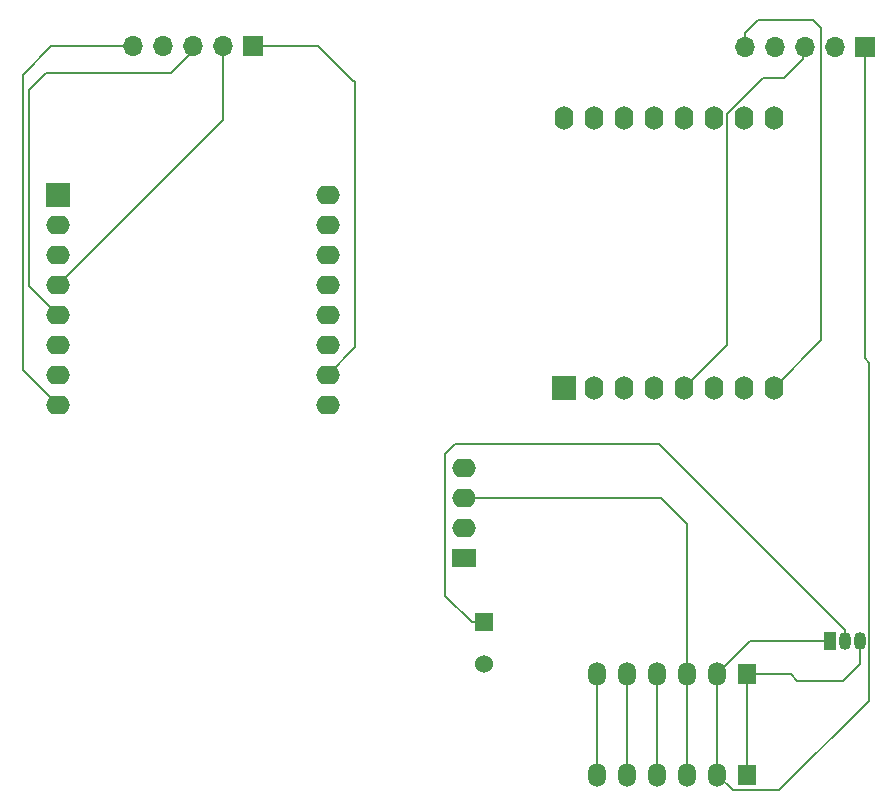
<source format=gbr>
%TF.GenerationSoftware,KiCad,Pcbnew,8.0.8-unknown-202501170223~559b1827ca~ubuntu24.04.1*%
%TF.CreationDate,2025-02-03T18:23:22-05:00*%
%TF.ProjectId,delivery-box-reporter-lora,64656c69-7665-4727-992d-626f782d7265,rev?*%
%TF.SameCoordinates,Original*%
%TF.FileFunction,Copper,L2,Bot*%
%TF.FilePolarity,Positive*%
%FSLAX46Y46*%
G04 Gerber Fmt 4.6, Leading zero omitted, Abs format (unit mm)*
G04 Created by KiCad (PCBNEW 8.0.8-unknown-202501170223~559b1827ca~ubuntu24.04.1) date 2025-02-03 18:23:22*
%MOMM*%
%LPD*%
G01*
G04 APERTURE LIST*
%TA.AperFunction,ComponentPad*%
%ADD10R,1.600000X1.700000*%
%TD*%
%TA.AperFunction,ComponentPad*%
%ADD11O,1.500000X2.000000*%
%TD*%
%TA.AperFunction,ComponentPad*%
%ADD12R,1.700000X1.700000*%
%TD*%
%TA.AperFunction,ComponentPad*%
%ADD13O,1.700000X1.700000*%
%TD*%
%TA.AperFunction,ComponentPad*%
%ADD14R,1.050000X1.500000*%
%TD*%
%TA.AperFunction,ComponentPad*%
%ADD15O,1.050000X1.500000*%
%TD*%
%TA.AperFunction,ComponentPad*%
%ADD16R,2.000000X2.000000*%
%TD*%
%TA.AperFunction,ComponentPad*%
%ADD17O,2.000000X1.600000*%
%TD*%
%TA.AperFunction,ComponentPad*%
%ADD18R,2.000000X1.600000*%
%TD*%
%TA.AperFunction,ComponentPad*%
%ADD19O,1.600000X2.000000*%
%TD*%
%TA.AperFunction,ComponentPad*%
%ADD20R,1.524000X1.524000*%
%TD*%
%TA.AperFunction,ComponentPad*%
%ADD21C,1.524000*%
%TD*%
%TA.AperFunction,Conductor*%
%ADD22C,0.200000*%
%TD*%
G04 APERTURE END LIST*
D10*
%TO.P,U3,1,Vin*%
%TO.N,+3.3V*%
X149150000Y-119450000D03*
D11*
%TO.P,U3,2,GND*%
%TO.N,Earth*%
X146610000Y-119450000D03*
%TO.P,U3,3,SCL*%
%TO.N,Net-(DISP1-SCL)*%
X144070000Y-119450000D03*
%TO.P,U3,4,SDA*%
%TO.N,Net-(DISP1-SDA)*%
X141530000Y-119450000D03*
%TO.P,U3,5,GPIO1*%
%TO.N,unconnected-(U3-GPIO1-Pad5)*%
X138990000Y-119450000D03*
%TO.P,U3,6,XSHUT*%
%TO.N,Net-(U1-CS{slash}D8)*%
X136450000Y-119450000D03*
%TD*%
D10*
%TO.P,U3,1,Vin*%
%TO.N,+3.3V*%
X149150000Y-127950000D03*
D11*
%TO.P,U3,2,GND*%
%TO.N,Earth*%
X146610000Y-127950000D03*
%TO.P,U3,3,SCL*%
%TO.N,Net-(DISP1-SCL)*%
X144070000Y-127950000D03*
%TO.P,U3,4,SDA*%
%TO.N,Net-(DISP1-SDA)*%
X141530000Y-127950000D03*
%TO.P,U3,5,GPIO1*%
%TO.N,unconnected-(U3-GPIO1-Pad5)*%
X138990000Y-127950000D03*
%TO.P,U3,6,XSHUT*%
%TO.N,Net-(U1-CS{slash}D8)*%
X136450000Y-127950000D03*
%TD*%
D12*
%TO.P,U8,1,GND*%
%TO.N,Net-(U7-GND)*%
X107315000Y-66260000D03*
D13*
%TO.P,U8,2,TX*%
%TO.N,/Receiver/SS RX*%
X104775000Y-66260000D03*
%TO.P,U8,3,RX*%
%TO.N,/Receiver/SS TX*%
X102235000Y-66260000D03*
%TO.P,U8,4,RST*%
%TO.N,unconnected-(U8-RST-Pad4)*%
X99695000Y-66260000D03*
%TO.P,U8,5,3.3v*%
%TO.N,/Receiver/3v3B*%
X97155000Y-66260000D03*
%TD*%
D14*
%TO.P,U5,1,GND*%
%TO.N,Earth*%
X156135000Y-116650000D03*
D15*
%TO.P,U5,2,VI*%
%TO.N,Net-(J1-Pin_1)*%
X157405000Y-116650000D03*
%TO.P,U5,3,VO*%
%TO.N,+3.3V*%
X158675000Y-116650000D03*
%TD*%
D12*
%TO.P,U6,1,GND*%
%TO.N,Earth*%
X159110000Y-66350000D03*
D13*
%TO.P,U6,2,TX*%
%TO.N,/SS RX*%
X156570000Y-66350000D03*
%TO.P,U6,3,RX*%
%TO.N,/SS TX*%
X154030000Y-66350000D03*
%TO.P,U6,4,RST*%
%TO.N,unconnected-(U6-RST-Pad4)*%
X151490000Y-66350000D03*
%TO.P,U6,5,3.3v*%
%TO.N,+3.3V*%
X148950000Y-66350000D03*
%TD*%
D16*
%TO.P,U7,1,~{RST}*%
%TO.N,unconnected-(U7-~{RST}-Pad1)*%
X90785000Y-78860000D03*
D17*
%TO.P,U7,2,A0*%
%TO.N,unconnected-(U7-A0-Pad2)*%
X90785000Y-81400000D03*
%TO.P,U7,3,D0*%
%TO.N,unconnected-(U7-D0-Pad3)*%
X90785000Y-83940000D03*
%TO.P,U7,4,SCK/D5*%
%TO.N,/Receiver/SS RX*%
X90785000Y-86480000D03*
%TO.P,U7,5,MISO/D6*%
%TO.N,/Receiver/SS TX*%
X90785000Y-89020000D03*
%TO.P,U7,6,MOSI/D7*%
%TO.N,unconnected-(U7-MOSI{slash}D7-Pad6)*%
X90785000Y-91560000D03*
%TO.P,U7,7,CS/D8*%
%TO.N,unconnected-(U7-CS{slash}D8-Pad7)*%
X90785000Y-94100000D03*
%TO.P,U7,8,3V3*%
%TO.N,/Receiver/3v3B*%
X90785000Y-96640000D03*
%TO.P,U7,9,5V*%
%TO.N,unconnected-(U7-5V-Pad9)*%
X113645000Y-96640000D03*
%TO.P,U7,10,GND*%
%TO.N,Net-(U7-GND)*%
X113645000Y-94100000D03*
%TO.P,U7,11,D4*%
%TO.N,unconnected-(U7-D4-Pad11)*%
X113645000Y-91560000D03*
%TO.P,U7,12,D3*%
%TO.N,unconnected-(U7-D3-Pad12)*%
X113645000Y-89020000D03*
%TO.P,U7,13,SDA/D2*%
%TO.N,unconnected-(U7-SDA{slash}D2-Pad13)*%
X113645000Y-86480000D03*
%TO.P,U7,14,SCL/D1*%
%TO.N,unconnected-(U7-SCL{slash}D1-Pad14)*%
X113645000Y-83940000D03*
%TO.P,U7,15,RX*%
%TO.N,unconnected-(U7-RX-Pad15)*%
X113645000Y-81400000D03*
%TO.P,U7,16,TX*%
%TO.N,unconnected-(U7-TX-Pad16)*%
X113645000Y-78860000D03*
%TD*%
D18*
%TO.P,DISP1,1,Gnd*%
%TO.N,Net-(DISP1-Gnd)*%
X125200000Y-109600000D03*
D17*
%TO.P,DISP1,2,Vcc*%
%TO.N,+3.3V*%
X125200000Y-107060000D03*
%TO.P,DISP1,3,SCL*%
%TO.N,Net-(DISP1-SCL)*%
X125200000Y-104520000D03*
%TO.P,DISP1,4,SDA*%
%TO.N,Net-(DISP1-SDA)*%
X125200000Y-101980000D03*
%TD*%
D16*
%TO.P,U1,1,~{RST}*%
%TO.N,Net-(D1-A)*%
X133640000Y-95200000D03*
D19*
%TO.P,U1,2,A0*%
%TO.N,unconnected-(U1-A0-Pad2)*%
X136180000Y-95200000D03*
%TO.P,U1,3,D0*%
%TO.N,Net-(D1-K)*%
X138720000Y-95200000D03*
%TO.P,U1,4,SCK/D5*%
%TO.N,/SS RX*%
X141260000Y-95200000D03*
%TO.P,U1,5,MISO/D6*%
%TO.N,/SS TX*%
X143800000Y-95200000D03*
%TO.P,U1,6,MOSI/D7*%
%TO.N,Net-(U1-MOSI{slash}D7)*%
X146340000Y-95200000D03*
%TO.P,U1,7,CS/D8*%
%TO.N,Net-(U1-CS{slash}D8)*%
X148880000Y-95200000D03*
%TO.P,U1,8,3V3*%
%TO.N,+3.3V*%
X151420000Y-95200000D03*
%TO.P,U1,9,5V*%
%TO.N,unconnected-(U1-5V-Pad9)*%
X151420000Y-72340000D03*
%TO.P,U1,10,GND*%
%TO.N,Earth*%
X148880000Y-72340000D03*
%TO.P,U1,11,D4*%
%TO.N,unconnected-(U1-D4-Pad11)*%
X146340000Y-72340000D03*
%TO.P,U1,12,D3*%
%TO.N,unconnected-(U1-D3-Pad12)*%
X143800000Y-72340000D03*
%TO.P,U1,13,SDA/D2*%
%TO.N,Net-(DISP1-SDA)*%
X141260000Y-72340000D03*
%TO.P,U1,14,SCL/D1*%
%TO.N,Net-(DISP1-SCL)*%
X138720000Y-72340000D03*
%TO.P,U1,15,RX*%
%TO.N,unconnected-(U1-RX-Pad15)*%
X136180000Y-72340000D03*
%TO.P,U1,16,TX*%
%TO.N,unconnected-(U1-TX-Pad16)*%
X133640000Y-72340000D03*
%TD*%
D20*
%TO.P,J1,1,Pin_1*%
%TO.N,Net-(J1-Pin_1)*%
X126850000Y-115050000D03*
D21*
%TO.P,J1,2,Pin_2*%
%TO.N,Earth*%
X126850000Y-118550000D03*
%TD*%
D22*
%TO.N,/Receiver/SS RX*%
X90785000Y-86480000D02*
X104775000Y-72490000D01*
X104775000Y-72490000D02*
X104775000Y-66260000D01*
%TO.N,/Receiver/SS TX*%
X90785000Y-89020000D02*
X88370000Y-86605000D01*
X88370000Y-86605000D02*
X88370000Y-70005000D01*
X88370000Y-70005000D02*
X89820000Y-68555000D01*
X100345000Y-68555000D02*
X102235000Y-66665000D01*
X89820000Y-68555000D02*
X100345000Y-68555000D01*
X102235000Y-66665000D02*
X102235000Y-66260000D01*
%TO.N,/Receiver/3v3B*%
X87810000Y-93665000D02*
X87810000Y-68680000D01*
X90785000Y-96640000D02*
X87810000Y-93665000D01*
X87810000Y-68680000D02*
X90230000Y-66260000D01*
X90230000Y-66260000D02*
X97155000Y-66260000D01*
%TO.N,Net-(U7-GND)*%
X115970000Y-91775000D02*
X115970000Y-69255000D01*
X113645000Y-94100000D02*
X115970000Y-91775000D01*
X115970000Y-69255000D02*
X115795000Y-69255000D01*
X115795000Y-69255000D02*
X112800000Y-66260000D01*
X112800000Y-66260000D02*
X107315000Y-66260000D01*
%TO.N,+3.3V*%
X151420000Y-95200000D02*
X155420000Y-91200000D01*
X155420000Y-91200000D02*
X155420000Y-64720000D01*
X155420000Y-64720000D02*
X154750000Y-64050000D01*
X149100000Y-65050000D02*
X149000000Y-65050000D01*
X154750000Y-64050000D02*
X150100000Y-64050000D01*
X150100000Y-64050000D02*
X149100000Y-65050000D01*
X149000000Y-66300000D02*
X148950000Y-66350000D01*
X149000000Y-65050000D02*
X149000000Y-66300000D01*
%TO.N,Earth*%
X159110000Y-66350000D02*
X159110000Y-92710000D01*
X159110000Y-92710000D02*
X159500000Y-93100000D01*
%TO.N,/SS TX*%
X143800000Y-95200000D02*
X147440000Y-91560000D01*
X147440000Y-91560000D02*
X147440000Y-72024365D01*
X147440000Y-72024365D02*
X150514365Y-68950000D01*
X150514365Y-68950000D02*
X152275000Y-68950000D01*
X152275000Y-68950000D02*
X153875000Y-67350000D01*
X153875000Y-67350000D02*
X153875000Y-66505000D01*
X153875000Y-66505000D02*
X154030000Y-66350000D01*
%TO.N,Earth*%
X147960000Y-129300000D02*
X146610000Y-127950000D01*
X148880000Y-72530000D02*
X148880000Y-72340000D01*
X159500000Y-121700000D02*
X151900000Y-129300000D01*
X149410000Y-116650000D02*
X156135000Y-116650000D01*
X146610000Y-119450000D02*
X149410000Y-116650000D01*
X159500000Y-93100000D02*
X159500000Y-121700000D01*
X151900000Y-129300000D02*
X147960000Y-129300000D01*
X146610000Y-127950000D02*
X146610000Y-119450000D01*
%TO.N,+3.3V*%
X158675000Y-116650000D02*
X158675000Y-118575000D01*
X152850000Y-119450000D02*
X149150000Y-119450000D01*
X158675000Y-118575000D02*
X157250000Y-120000000D01*
X149150000Y-127950000D02*
X149150000Y-119450000D01*
X157250000Y-120000000D02*
X153400000Y-120000000D01*
X153400000Y-120000000D02*
X152850000Y-119450000D01*
%TO.N,Net-(DISP1-SCL)*%
X144070000Y-106720000D02*
X141870000Y-104520000D01*
X144070000Y-119450000D02*
X144070000Y-106720000D01*
X144070000Y-127950000D02*
X144070000Y-119450000D01*
X141870000Y-104520000D02*
X125200000Y-104520000D01*
%TO.N,Net-(U1-CS{slash}D8)*%
X136450000Y-127950000D02*
X136450000Y-119450000D01*
%TO.N,Net-(DISP1-SDA)*%
X141530000Y-127950000D02*
X141530000Y-119450000D01*
%TO.N,unconnected-(U3-GPIO1-Pad5)*%
X138990000Y-127950000D02*
X138990000Y-119450000D01*
%TO.N,Net-(J1-Pin_1)*%
X125838000Y-115050000D02*
X123600000Y-112812000D01*
X123600000Y-100850000D02*
X124450000Y-100000000D01*
X124450000Y-100000000D02*
X141705000Y-100000000D01*
X123600000Y-112812000D02*
X123600000Y-100850000D01*
X141705000Y-100000000D02*
X157405000Y-115700000D01*
X126800000Y-115050000D02*
X125838000Y-115050000D01*
X157405000Y-115700000D02*
X157405000Y-116650000D01*
%TD*%
M02*

</source>
